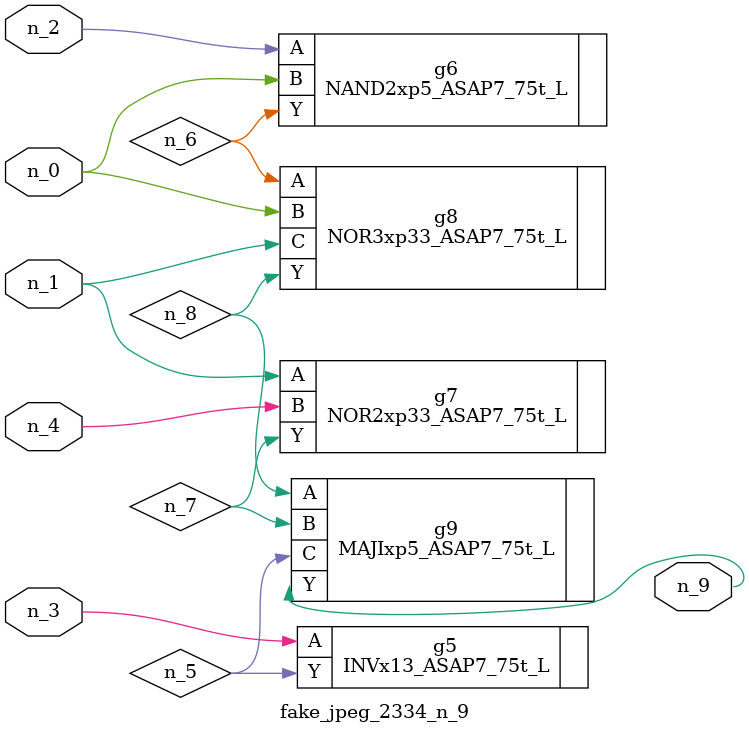
<source format=v>
module fake_jpeg_2334_n_9 (n_3, n_2, n_1, n_0, n_4, n_9);

input n_3;
input n_2;
input n_1;
input n_0;
input n_4;

output n_9;

wire n_8;
wire n_6;
wire n_5;
wire n_7;

INVx13_ASAP7_75t_L g5 ( 
.A(n_3),
.Y(n_5)
);

NAND2xp5_ASAP7_75t_L g6 ( 
.A(n_2),
.B(n_0),
.Y(n_6)
);

NOR2xp33_ASAP7_75t_L g7 ( 
.A(n_1),
.B(n_4),
.Y(n_7)
);

NOR3xp33_ASAP7_75t_L g8 ( 
.A(n_6),
.B(n_0),
.C(n_1),
.Y(n_8)
);

MAJIxp5_ASAP7_75t_L g9 ( 
.A(n_8),
.B(n_7),
.C(n_5),
.Y(n_9)
);


endmodule
</source>
